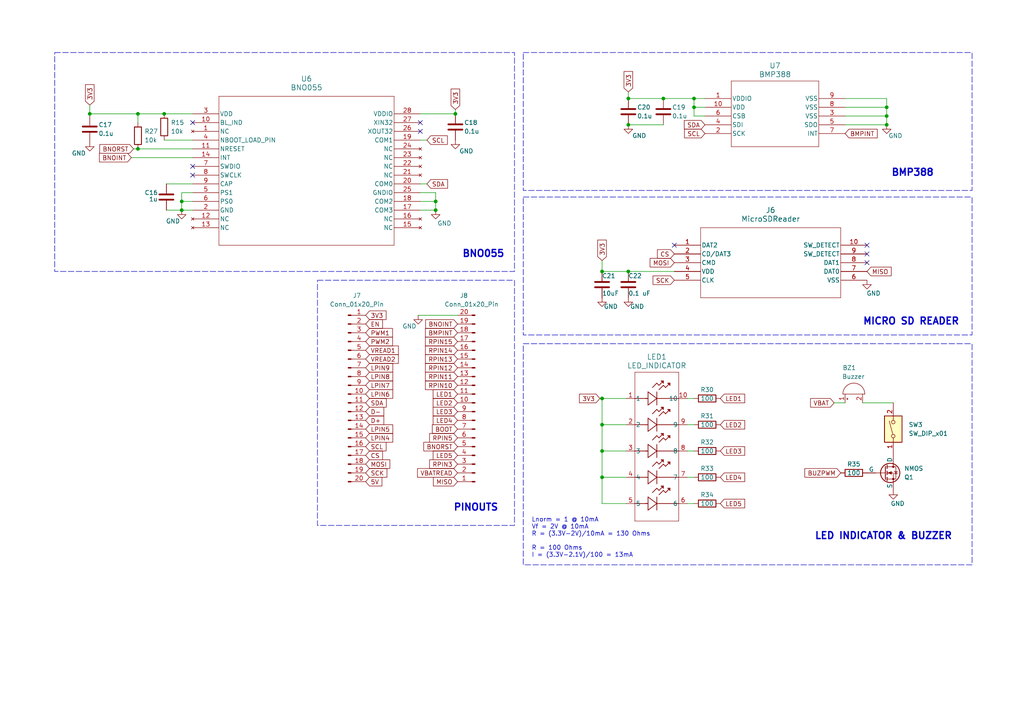
<source format=kicad_sch>
(kicad_sch (version 20231120) (generator "eeschema") (generator_version "8.0")
  (paper "A4")
  (lib_symbols
    (symbol "Certification_Avionica_Symbol:BMP388" (pin_names (offset 0.254))
      (property "Reference" "U" (at 20.32 10.16 0))
      (property "Value" "BMP388" (at 20.32 7.62 0))
      (symbol "BMP388_0_1"
        (polyline (pts (xy 7.62 -13.97) (xy 33.02 -13.97)) (stroke (width 0.127)))
        (polyline (pts (xy 7.62 5.08) (xy 7.62 -13.97)) (stroke (width 0.127)))
        (polyline (pts (xy 33.02 -13.97) (xy 33.02 5.08)) (stroke (width 0.127)))
        (polyline (pts (xy 33.02 5.08) (xy 7.62 5.08)) (stroke (width 0.127)))
        (pin power_in line (at 0 0 0) (length 7.62) (name "VDDIO") (number "1"))
        (pin power_in line (at 0 -2.54 0) (length 7.62) (name "VDD") (number "10"))
        (pin power_out line (at 40.64 -5.08 180) (length 7.62) (name "VSS") (number "3"))
        (pin unspecified line (at 0 -7.62 0) (length 7.62) (name "SDI") (number "4"))
        (pin unspecified line (at 40.64 -7.62 180) (length 7.62) (name "SDO") (number "5"))
        (pin unspecified line (at 0 -5.08 0) (length 7.62) (name "CSB") (number "6"))
        (pin unspecified line (at 40.64 -10.16 180) (length 7.62) (name "INT") (number "7"))
        (pin power_out line (at 40.64 -2.54 180) (length 7.62) (name "VSS") (number "8"))
        (pin power_out line (at 40.64 0 180) (length 7.62) (name "VSS") (number "9"))
      )
      (symbol "BMP388_1_1"
        (pin unspecified line (at 0 -10.16 0) (length 7.62) (name "SCK") (number "2"))
      )
    )
    (symbol "Certification_Avionica_Symbol:BNO055" (pin_names (offset 0.254))
      (property "Reference" "U" (at 33.02 10.16 0))
      (property "Value" "BNO055" (at 33.02 7.62 0))
      (symbol "BNO055_0_1"
        (polyline (pts (xy 7.62 -38.1) (xy 58.42 -38.1)) (stroke (width 0.127)))
        (polyline (pts (xy 7.62 5.08) (xy 7.62 -38.1)) (stroke (width 0.127)))
        (polyline (pts (xy 58.42 -38.1) (xy 58.42 5.08)) (stroke (width 0.127)))
        (polyline (pts (xy 58.42 5.08) (xy 7.62 5.08)) (stroke (width 0.127)))
        (pin no_connect line (at 0 -5.08 0) (length 7.62) (name "NC") (number "1"))
        (pin output line (at 0 -2.54 0) (length 7.62) (name "BL_IND") (number "10"))
        (pin unspecified line (at 0 -10.16 0) (length 7.62) (name "NRESET") (number "11"))
        (pin no_connect line (at 0 -30.48 0) (length 7.62) (name "NC") (number "12"))
        (pin no_connect line (at 0 -33.02 0) (length 7.62) (name "NC") (number "13"))
        (pin output line (at 0 -12.7 0) (length 7.62) (name "INT") (number "14"))
        (pin no_connect line (at 66.04 -33.02 180) (length 7.62) (name "NC") (number "15"))
        (pin no_connect line (at 66.04 -30.48 180) (length 7.62) (name "NC") (number "16"))
        (pin input line (at 66.04 -27.94 180) (length 7.62) (name "COM3") (number "17"))
        (pin bidirectional line (at 66.04 -25.4 180) (length 7.62) (name "COM2") (number "18"))
        (pin bidirectional line (at 66.04 -7.62 180) (length 7.62) (name "COM1") (number "19"))
        (pin power_out line (at 0 -27.94 0) (length 7.62) (name "GND") (number "2"))
        (pin bidirectional line (at 66.04 -20.32 180) (length 7.62) (name "COM0") (number "20"))
        (pin no_connect line (at 66.04 -17.78 180) (length 7.62) (name "NC") (number "21"))
        (pin no_connect line (at 66.04 -15.24 180) (length 7.62) (name "NC") (number "22"))
        (pin no_connect line (at 66.04 -12.7 180) (length 7.62) (name "NC") (number "23"))
        (pin no_connect line (at 66.04 -10.16 180) (length 7.62) (name "NC") (number "24"))
        (pin power_out line (at 66.04 -22.86 180) (length 7.62) (name "GNDIO") (number "25"))
        (pin output line (at 66.04 -5.08 180) (length 7.62) (name "XOUT32") (number "26"))
        (pin input line (at 66.04 -2.54 180) (length 7.62) (name "XIN32") (number "27"))
        (pin power_in line (at 66.04 0 180) (length 7.62) (name "VDDIO") (number "28"))
        (pin power_in line (at 0 0 0) (length 7.62) (name "VDD") (number "3"))
        (pin input line (at 0 -7.62 0) (length 7.62) (name "NBOOT_LOAD_PIN") (number "4"))
        (pin input line (at 0 -22.86 0) (length 7.62) (name "PS1") (number "5"))
        (pin input line (at 0 -25.4 0) (length 7.62) (name "PS0") (number "6"))
        (pin bidirectional line (at 0 -15.24 0) (length 7.62) (name "SWDIO") (number "7"))
        (pin input line (at 0 -17.78 0) (length 7.62) (name "SWCLK") (number "8"))
        (pin unspecified line (at 0 -20.32 0) (length 7.62) (name "CAP") (number "9"))
      )
    )
    (symbol "Certification_Avionica_Symbol:LED_INDICATOR" (pin_names (offset 0.254))
      (property "Reference" "LED" (at 8.89 13.335 0))
      (property "Value" "LED_INDICATOR" (at 8.89 10.16 0))
      (symbol "LED_INDICATOR_0_1"
        (polyline (pts (xy 2.54 -30.48) (xy 6.0198 -30.48)) (stroke (width 0.2032)))
        (polyline (pts (xy 2.54 -22.86) (xy 6.0198 -22.86)) (stroke (width 0.2032)))
        (polyline (pts (xy 2.54 -15.24) (xy 6.0198 -15.24)) (stroke (width 0.2032)))
        (polyline (pts (xy 2.54 -7.62) (xy 6.0198 -7.62)) (stroke (width 0.2032)))
        (polyline (pts (xy 2.54 0) (xy 6.0198 0)) (stroke (width 0.2032)))
        (polyline (pts (xy 2.54 7.62) (xy 2.54 -35.56)) (stroke (width 0.127)))
        (polyline (pts (xy 5.715 -30.48) (xy 6.35 -30.48)) (stroke (width 0.2032)))
        (polyline (pts (xy 5.715 -22.86) (xy 6.35 -22.86)) (stroke (width 0.2032)))
        (polyline (pts (xy 5.715 -15.24) (xy 6.35 -15.24)) (stroke (width 0.2032)))
        (polyline (pts (xy 5.715 -7.62) (xy 6.35 -7.62)) (stroke (width 0.2032)))
        (polyline (pts (xy 5.715 0) (xy 6.35 0)) (stroke (width 0.2032)))
        (polyline (pts (xy 6.35 -32.385) (xy 8.89 -30.48)) (stroke (width 0.2032)))
        (polyline (pts (xy 6.35 -28.575) (xy 6.35 -32.385)) (stroke (width 0.2032)))
        (polyline (pts (xy 6.35 -24.765) (xy 8.89 -22.86)) (stroke (width 0.2032)))
        (polyline (pts (xy 6.35 -20.955) (xy 6.35 -24.765)) (stroke (width 0.2032)))
        (polyline (pts (xy 6.35 -17.145) (xy 8.89 -15.24)) (stroke (width 0.2032)))
        (polyline (pts (xy 6.35 -13.335) (xy 6.35 -17.145)) (stroke (width 0.2032)))
        (polyline (pts (xy 6.35 -9.525) (xy 8.89 -7.62)) (stroke (width 0.2032)))
        (polyline (pts (xy 6.35 -5.715) (xy 6.35 -9.525)) (stroke (width 0.2032)))
        (polyline (pts (xy 6.35 -1.905) (xy 8.89 0)) (stroke (width 0.2032)))
        (polyline (pts (xy 6.35 1.905) (xy 6.35 -1.905)) (stroke (width 0.2032)))
        (polyline (pts (xy 7.62 -27.305) (xy 8.89 -26.035)) (stroke (width 0.2032)))
        (polyline (pts (xy 7.62 -19.685) (xy 8.89 -18.415)) (stroke (width 0.2032)))
        (polyline (pts (xy 7.62 -12.065) (xy 8.89 -10.795)) (stroke (width 0.2032)))
        (polyline (pts (xy 7.62 -4.445) (xy 8.89 -3.175)) (stroke (width 0.2032)))
        (polyline (pts (xy 7.62 3.175) (xy 8.89 4.445)) (stroke (width 0.2032)))
        (polyline (pts (xy 8.89 -32.385) (xy 8.89 -28.575)) (stroke (width 0.2032)))
        (polyline (pts (xy 8.89 -30.48) (xy 6.35 -28.575)) (stroke (width 0.2032)))
        (polyline (pts (xy 8.89 -30.48) (xy 15.24 -30.48)) (stroke (width 0.2032)))
        (polyline (pts (xy 8.89 -26.035) (xy 9.525 -26.67)) (stroke (width 0.2032)))
        (polyline (pts (xy 8.89 -24.765) (xy 8.89 -20.955)) (stroke (width 0.2032)))
        (polyline (pts (xy 8.89 -22.86) (xy 6.35 -20.955)) (stroke (width 0.2032)))
        (polyline (pts (xy 8.89 -22.86) (xy 15.24 -22.86)) (stroke (width 0.2032)))
        (polyline (pts (xy 8.89 -18.415) (xy 9.525 -19.05)) (stroke (width 0.2032)))
        (polyline (pts (xy 8.89 -17.145) (xy 8.89 -13.335)) (stroke (width 0.2032)))
        (polyline (pts (xy 8.89 -15.24) (xy 6.35 -13.335)) (stroke (width 0.2032)))
        (polyline (pts (xy 8.89 -15.24) (xy 15.24 -15.24)) (stroke (width 0.2032)))
        (polyline (pts (xy 8.89 -10.795) (xy 9.525 -11.43)) (stroke (width 0.2032)))
        (polyline (pts (xy 8.89 -9.525) (xy 8.89 -5.715)) (stroke (width 0.2032)))
        (polyline (pts (xy 8.89 -7.62) (xy 6.35 -5.715)) (stroke (width 0.2032)))
        (polyline (pts (xy 8.89 -7.62) (xy 15.24 -7.62)) (stroke (width 0.2032)))
        (polyline (pts (xy 8.89 -3.175) (xy 9.525 -3.81)) (stroke (width 0.2032)))
        (polyline (pts (xy 8.89 -1.905) (xy 8.89 1.905)) (stroke (width 0.2032)))
        (polyline (pts (xy 8.89 0) (xy 6.35 1.905)) (stroke (width 0.2032)))
        (polyline (pts (xy 8.89 0) (xy 15.24 0)) (stroke (width 0.2032)))
        (polyline (pts (xy 8.89 4.445) (xy 9.525 3.81)) (stroke (width 0.2032)))
        (polyline (pts (xy 9.525 -27.94) (xy 10.795 -26.67)) (stroke (width 0.2032)))
        (polyline (pts (xy 9.525 -26.67) (xy 10.795 -25.4)) (stroke (width 0.2032)))
        (polyline (pts (xy 9.525 -20.32) (xy 10.795 -19.05)) (stroke (width 0.2032)))
        (polyline (pts (xy 9.525 -19.05) (xy 10.795 -17.78)) (stroke (width 0.2032)))
        (polyline (pts (xy 9.525 -12.7) (xy 10.795 -11.43)) (stroke (width 0.2032)))
        (polyline (pts (xy 9.525 -11.43) (xy 10.795 -10.16)) (stroke (width 0.2032)))
        (polyline (pts (xy 9.525 -5.08) (xy 10.795 -3.81)) (stroke (width 0.2032)))
        (polyline (pts (xy 9.525 -3.81) (xy 10.795 -2.54)) (stroke (width 0.2032)))
        (polyline (pts (xy 9.525 2.54) (xy 10.795 3.81)) (stroke (width 0.2032)))
        (polyline (pts (xy 9.525 3.81) (xy 10.795 5.08)) (stroke (width 0.2032)))
        (polyline (pts (xy 10.16 -25.4) (xy 10.795 -26.035)) (stroke (width 0.2032)))
        (polyline (pts (xy 10.16 -17.78) (xy 10.795 -18.415)) (stroke (width 0.2032)))
        (polyline (pts (xy 10.16 -10.16) (xy 10.795 -10.795)) (stroke (width 0.2032)))
        (polyline (pts (xy 10.16 -2.54) (xy 10.795 -3.175)) (stroke (width 0.2032)))
        (polyline (pts (xy 10.16 5.08) (xy 10.795 4.445)) (stroke (width 0.2032)))
        (polyline (pts (xy 10.795 -26.67) (xy 11.43 -27.305)) (stroke (width 0.2032)))
        (polyline (pts (xy 10.795 -26.035) (xy 10.795 -25.4)) (stroke (width 0.2032)))
        (polyline (pts (xy 10.795 -25.4) (xy 10.16 -25.4)) (stroke (width 0.2032)))
        (polyline (pts (xy 10.795 -19.05) (xy 11.43 -19.685)) (stroke (width 0.2032)))
        (polyline (pts (xy 10.795 -18.415) (xy 10.795 -17.78)) (stroke (width 0.2032)))
        (polyline (pts (xy 10.795 -17.78) (xy 10.16 -17.78)) (stroke (width 0.2032)))
        (polyline (pts (xy 10.795 -11.43) (xy 11.43 -12.065)) (stroke (width 0.2032)))
        (polyline (pts (xy 10.795 -10.795) (xy 10.795 -10.16)) (stroke (width 0.2032)))
        (polyline (pts (xy 10.795 -10.16) (xy 10.16 -10.16)) (stroke (width 0.2032)))
        (polyline (pts (xy 10.795 -3.81) (xy 11.43 -4.445)) (stroke (width 0.2032)))
        (polyline (pts (xy 10.795 -3.175) (xy 10.795 -2.54)) (stroke (width 0.2032)))
        (polyline (pts (xy 10.795 -2.54) (xy 10.16 -2.54)) (stroke (width 0.2032)))
        (polyline (pts (xy 10.795 3.81) (xy 11.43 3.175)) (stroke (width 0.2032)))
        (polyline (pts (xy 10.795 4.445) (xy 10.795 5.08)) (stroke (width 0.2032)))
        (polyline (pts (xy 10.795 5.08) (xy 10.16 5.08)) (stroke (width 0.2032)))
        (polyline (pts (xy 11.43 -27.305) (xy 12.7 -26.035)) (stroke (width 0.2032)))
        (polyline (pts (xy 11.43 -19.685) (xy 12.7 -18.415)) (stroke (width 0.2032)))
        (polyline (pts (xy 11.43 -12.065) (xy 12.7 -10.795)) (stroke (width 0.2032)))
        (polyline (pts (xy 11.43 -4.445) (xy 12.7 -3.175)) (stroke (width 0.2032)))
        (polyline (pts (xy 11.43 3.175) (xy 12.7 4.445)) (stroke (width 0.2032)))
        (polyline (pts (xy 12.065 -26.035) (xy 12.7 -26.67)) (stroke (width 0.2032)))
        (polyline (pts (xy 12.065 -18.415) (xy 12.7 -19.05)) (stroke (width 0.2032)))
        (polyline (pts (xy 12.065 -10.795) (xy 12.7 -11.43)) (stroke (width 0.2032)))
        (polyline (pts (xy 12.065 -3.175) (xy 12.7 -3.81)) (stroke (width 0.2032)))
        (polyline (pts (xy 12.065 4.445) (xy 12.7 3.81)) (stroke (width 0.2032)))
        (polyline (pts (xy 12.7 -26.67) (xy 12.7 -26.035)) (stroke (width 0.2032)))
        (polyline (pts (xy 12.7 -26.035) (xy 12.065 -26.035)) (stroke (width 0.2032)))
        (polyline (pts (xy 12.7 -19.05) (xy 12.7 -18.415)) (stroke (width 0.2032)))
        (polyline (pts (xy 12.7 -18.415) (xy 12.065 -18.415)) (stroke (width 0.2032)))
        (polyline (pts (xy 12.7 -11.43) (xy 12.7 -10.795)) (stroke (width 0.2032)))
        (polyline (pts (xy 12.7 -10.795) (xy 12.065 -10.795)) (stroke (width 0.2032)))
        (polyline (pts (xy 12.7 -3.81) (xy 12.7 -3.175)) (stroke (width 0.2032)))
        (polyline (pts (xy 12.7 -3.175) (xy 12.065 -3.175)) (stroke (width 0.2032)))
        (polyline (pts (xy 12.7 3.81) (xy 12.7 4.445)) (stroke (width 0.2032)))
        (polyline (pts (xy 12.7 4.445) (xy 12.065 4.445)) (stroke (width 0.2032)))
        (polyline (pts (xy 15.24 -35.56) (xy 2.54 -35.56)) (stroke (width 0.127)))
        (polyline (pts (xy 15.24 -35.56) (xy 15.24 7.62)) (stroke (width 0.127)))
        (polyline (pts (xy 15.24 7.62) (xy 2.54 7.62)) (stroke (width 0.127)))
        (pin unspecified line (at 0 0 0) (length 2.54) (name "1") (number "1"))
        (pin unspecified line (at 17.78 0 180) (length 2.54) (name "10") (number "10"))
        (pin unspecified line (at 0 -7.62 0) (length 2.54) (name "2") (number "2"))
        (pin unspecified line (at 0 -15.24 0) (length 2.54) (name "3") (number "3"))
        (pin unspecified line (at 0 -22.86 0) (length 2.54) (name "4") (number "4"))
        (pin unspecified line (at 0 -30.48 0) (length 2.54) (name "5") (number "5"))
        (pin unspecified line (at 17.78 -30.48 180) (length 2.54) (name "6") (number "6"))
        (pin unspecified line (at 17.78 -22.86 180) (length 2.54) (name "7") (number "7"))
        (pin unspecified line (at 17.78 -15.24 180) (length 2.54) (name "8") (number "8"))
        (pin unspecified line (at 17.78 -7.62 180) (length 2.54) (name "9") (number "9"))
      )
    )
    (symbol "Certification_Avionica_Symbol:MicroSDReader" (pin_names (offset 0.254))
      (property "Reference" "J" (at 27.94 10.16 0))
      (property "Value" "MicroSDReader" (at 27.94 7.62 0))
      (symbol "MicroSDReader_0_1"
        (polyline (pts (xy 7.62 -15.24) (xy 48.26 -15.24)) (stroke (width 0.127)))
        (polyline (pts (xy 7.62 5.08) (xy 7.62 -15.24)) (stroke (width 0.127)))
        (polyline (pts (xy 48.26 -15.24) (xy 48.26 5.08)) (stroke (width 0.127)))
        (polyline (pts (xy 48.26 5.08) (xy 7.62 5.08)) (stroke (width 0.127)))
        (pin bidirectional line (at 0 0 0) (length 7.62) (name "DAT2") (number "1"))
        (pin unspecified line (at 55.88 0 180) (length 7.62) (name "SW_DETECT") (number "10"))
        (pin bidirectional line (at 0 -2.54 0) (length 7.62) (name "CD/DAT3") (number "2"))
        (pin unspecified line (at 0 -5.08 0) (length 7.62) (name "CMD") (number "3"))
        (pin power_in line (at 0 -7.62 0) (length 7.62) (name "VDD") (number "4"))
        (pin unspecified line (at 0 -10.16 0) (length 7.62) (name "CLK") (number "5"))
        (pin power_out line (at 55.88 -10.16 180) (length 7.62) (name "VSS") (number "6"))
        (pin bidirectional line (at 55.88 -7.62 180) (length 7.62) (name "DAT0") (number "7"))
        (pin bidirectional line (at 55.88 -5.08 180) (length 7.62) (name "DAT1") (number "8"))
        (pin unspecified line (at 55.88 -2.54 180) (length 7.62) (name "SW_DETECT") (number "9"))
      )
    )
    (symbol "Connector:Conn_01x20_Pin" (pin_names (offset 1.016) hide)
      (property "Reference" "J" (at 0 25.4 0))
      (property "Value" "Conn_01x20_Pin" (at 0 -27.94 0))
      (symbol "Conn_01x20_Pin_1_1"
        (polyline (pts (xy 1.27 -25.4) (xy 0.8636 -25.4)) (stroke (width 0.1524)))
        (polyline (pts (xy 1.27 -22.86) (xy 0.8636 -22.86)) (stroke (width 0.1524)))
        (polyline (pts (xy 1.27 -20.32) (xy 0.8636 -20.32)) (stroke (width 0.1524)))
        (polyline (pts (xy 1.27 -17.78) (xy 0.8636 -17.78)) (stroke (width 0.1524)))
        (polyline (pts (xy 1.27 -15.24) (xy 0.8636 -15.24)) (stroke (width 0.1524)))
        (polyline (pts (xy 1.27 -12.7) (xy 0.8636 -12.7)) (stroke (width 0.1524)))
        (polyline (pts (xy 1.27 -10.16) (xy 0.8636 -10.16)) (stroke (width 0.1524)))
        (polyline (pts (xy 1.27 -7.62) (xy 0.8636 -7.62)) (stroke (width 0.1524)))
        (polyline (pts (xy 1.27 -5.08) (xy 0.8636 -5.08)) (stroke (width 0.1524)))
        (polyline (pts (xy 1.27 -2.54) (xy 0.8636 -2.54)) (stroke (width 0.1524)))
        (polyline (pts (xy 1.27 0) (xy 0.8636 0)) (stroke (width 0.1524)))
        (polyline (pts (xy 1.27 2.54) (xy 0.8636 2.54)) (stroke (width 0.1524)))
        (polyline (pts (xy 1.27 5.08) (xy 0.8636 5.08)) (stroke (width 0.1524)))
        (polyline (pts (xy 1.27 7.62) (xy 0.8636 7.62)) (stroke (width 0.1524)))
        (polyline (pts (xy 1.27 10.16) (xy 0.8636 10.16)) (stroke (width 0.1524)))
        (polyline (pts (xy 1.27 12.7) (xy 0.8636 12.7)) (stroke (width 0.1524)))
        (polyline (pts (xy 1.27 15.24) (xy 0.8636 15.24)) (stroke (width 0.1524)))
        (polyline (pts (xy 1.27 17.78) (xy 0.8636 17.78)) (stroke (width 0.1524)))
        (polyline (pts (xy 1.27 20.32) (xy 0.8636 20.32)) (stroke (width 0.1524)))
        (polyline (pts (xy 1.27 22.86) (xy 0.8636 22.86)) (stroke (width 0.1524)))
        (rectangle (start 0.8636 -25.273) (end 0 -25.527) (stroke (width 0.1524)) (fill (type outline)))
        (rectangle (start 0.8636 -22.733) (end 0 -22.987) (stroke (width 0.1524)) (fill (type outline)))
        (rectangle (start 0.8636 -20.193) (end 0 -20.447) (stroke (width 0.1524)) (fill (type outline)))
        (rectangle (start 0.8636 -17.653) (end 0 -17.907) (stroke (width 0.1524)) (fill (type outline)))
        (rectangle (start 0.8636 -15.113) (end 0 -15.367) (stroke (width 0.1524)) (fill (type outline)))
        (rectangle (start 0.8636 -12.573) (end 0 -12.827) (stroke (width 0.1524)) (fill (type outline)))
        (rectangle (start 0.8636 -10.033) (end 0 -10.287) (stroke (width 0.1524)) (fill (type outline)))
        (rectangle (start 0.8636 -7.493) (end 0 -7.747) (stroke (width 0.1524)) (fill (type outline)))
        (rectangle (start 0.8636 -4.953) (end 0 -5.207) (stroke (width 0.1524)) (fill (type outline)))
        (rectangle (start 0.8636 -2.413) (end 0 -2.667) (stroke (width 0.1524)) (fill (type outline)))
        (rectangle (start 0.8636 0.127) (end 0 -0.127) (stroke (width 0.1524)) (fill (type outline)))
        (rectangle (start 0.8636 2.667) (end 0 2.413) (stroke (width 0.1524)) (fill (type outline)))
        (rectangle (start 0.8636 5.207) (end 0 4.953) (stroke (width 0.1524)) (fill (type outline)))
        (rectangle (start 0.8636 7.747) (end 0 7.493) (stroke (width 0.1524)) (fill (type outline)))
        (rectangle (start 0.8636 10.287) (end 0 10.033) (stroke (width 0.1524)) (fill (type outline)))
        (rectangle (start 0.8636 12.827) (end 0 12.573) (stroke (width 0.1524)) (fill (type outline)))
        (rectangle (start 0.8636 15.367) (end 0 15.113) (stroke (width 0.1524)) (fill (type outline)))
        (rectangle (start 0.8636 17.907) (end 0 17.653) (stroke (width 0.1524)) (fill (type outline)))
        (rectangle (start 0.8636 20.447) (end 0 20.193) (stroke (width 0.1524)) (fill (type outline)))
        (rectangle (start 0.8636 22.987) (end 0 22.733) (stroke (width 0.1524)) (fill (type outline)))
        (pin passive line (at 5.08 22.86 180) (length 3.81) (name "Pin_1") (number "1"))
        (pin passive line (at 5.08 0 180) (length 3.81) (name "Pin_10") (number "10"))
        (pin passive line (at 5.08 -2.54 180) (length 3.81) (name "Pin_11") (number "11"))
        (pin passive line (at 5.08 -5.08 180) (length 3.81) (name "Pin_12") (number "12"))
        (pin passive line (at 5.08 -7.62 180) (length 3.81) (name "Pin_13") (number "13"))
        (pin passive line (at 5.08 -10.16 180) (length 3.81) (name "Pin_14") (number "14"))
        (pin passive line (at 5.08 -12.7 180) (length 3.81) (name "Pin_15") (number "15"))
        (pin passive line (at 5.08 -15.24 180) (length 3.81) (name "Pin_16") (number "16"))
        (pin passive line (at 5.08 -17.78 180) (length 3.81) (name "Pin_17") (number "17"))
        (pin passive line (at 5.08 -20.32 180) (length 3.81) (name "Pin_18") (number "18"))
        (pin passive line (at 5.08 -22.86 180) (length 3.81) (name "Pin_19") (number "19"))
        (pin passive line (at 5.08 20.32 180) (length 3.81) (name "Pin_2") (number "2"))
        (pin passive line (at 5.08 -25.4 180) (length 3.81) (name "Pin_20") (number "20"))
        (pin passive line (at 5.08 17.78 180) (length 3.81) (name "Pin_3") (number "3"))
        (pin passive line (at 5.08 15.24 180) (length 3.81) (name "Pin_4") (number "4"))
        (pin passive line (at 5.08 12.7 180) (length 3.81) (name "Pin_5") (number "5"))
        (pin passive line (at 5.08 10.16 180) (length 3.81) (name "Pin_6") (number "6"))
        (pin passive line (at 5.08 7.62 180) (length 3.81) (name "Pin_7") (number "7"))
        (pin passive line (at 5.08 5.08 180) (length 3.81) (name "Pin_8") (number "8"))
        (pin passive line (at 5.08 2.54 180) (length 3.81) (name "Pin_9") (number "9"))
      )
    )
    (symbol "Device:Buzzer" (pin_names (offset 0.0254) hide)
      (property "Reference" "BZ" (at 3.81 1.27 0))
      (property "Value" "Buzzer" (at 3.81 -1.27 0))
      (symbol "Buzzer_0_1"
        (arc (start 0 -3.175) (mid 3.1612 0) (end 0 3.175))
        (polyline (pts (xy -1.651 1.905) (xy -1.143 1.905)))
        (polyline (pts (xy -1.397 2.159) (xy -1.397 1.651)))
        (polyline (pts (xy 0 3.175) (xy 0 -3.175)))
      )
      (symbol "Buzzer_1_1"
        (pin passive line (at -2.54 2.54 0) (length 2.54) (name "-") (number "1"))
        (pin passive line (at -2.54 -2.54 0) (length 2.54) (name "+") (number "2"))
      )
    )
    (symbol "Device:C" (pin_numbers hide) (pin_names (offset 0.254))
      (property "Reference" "C" (at 0.635 2.54 0))
      (property "Value" "C" (at 0.635 -2.54 0))
      (symbol "C_0_1"
        (polyline (pts (xy -2.032 -0.762) (xy 2.032 -0.762)) (stroke (width 0.508)))
        (polyline (pts (xy -2.032 0.762) (xy 2.032 0.762)) (stroke (width 0.508)))
      )
      (symbol "C_1_1"
        (pin passive line (at 0 3.81 270) (length 2.794) (name "~") (number "1"))
        (pin passive line (at 0 -3.81 90) (length 2.794) (name "~") (number "2"))
      )
    )
    (symbol "Device:R" (pin_numbers hide) (pin_names (offset 0))
      (property "Reference" "R" (at 2.032 0 90))
      (property "Value" "R" (at 0 0 90))
      (symbol "R_0_1"
        (rectangle (start -1.016 -2.54) (end 1.016 2.54) (stroke (width 0.254)))
      )
      (symbol "R_1_1"
        (pin passive line (at 0 3.81 270) (length 1.27) (name "~") (number "1"))
        (pin passive line (at 0 -3.81 90) (length 1.27) (name "~") (number "2"))
      )
    )
    (symbol "Simulation_SPICE:NMOS" (pin_numbers hide) (pin_names (offset 0))
      (property "Reference" "Q" (at 5.08 1.27 0))
      (property "Value" "NMOS" (at 5.08 -1.27 0))
      (symbol "NMOS_0_1"
        (polyline (pts (xy 0.254 0) (xy -2.54 0)))
        (polyline (pts (xy 0.254 1.905) (xy 0.254 -1.905)) (stroke (width 0.254)))
        (polyline (pts (xy 0.762 -1.27) (xy 0.762 -2.286)) (stroke (width 0.254)))
        (polyline (pts (xy 0.762 0.508) (xy 0.762 -0.508)) (stroke (width 0.254)))
        (polyline (pts (xy 0.762 2.286) (xy 0.762 1.27)) (stroke (width 0.254)))
        (polyline (pts (xy 2.54 2.54) (xy 2.54 1.778)))
        (polyline (pts (xy 2.54 -2.54) (xy 2.54 0) (xy 0.762 0)))
        (polyline (pts (xy 0.762 -1.778) (xy 3.302 -1.778) (xy 3.302 1.778) (xy 0.762 1.778)))
        (polyline (pts (xy 1.016 0) (xy 2.032 0.381) (xy 2.032 -0.381) (xy 1.016 0)) (fill (type outline)))
        (polyline (pts (xy 2.794 0.508) (xy 2.921 0.381) (xy 3.683 0.381) (xy 3.81 0.254)))
        (polyline (pts (xy 3.302 0.381) (xy 2.921 -0.254) (xy 3.683 -0.254) (xy 3.302 0.381)))
        (circle (center 1.651 0) (radius 2.794) (stroke (width 0.254)))
        (circle (center 2.54 -1.778) (radius 0.254) (fill (type outline)))
        (circle (center 2.54 1.778) (radius 0.254) (fill (type outline)))
      )
      (symbol "NMOS_1_1"
        (pin passive line (at 2.54 5.08 270) (length 2.54) (name "D") (number "1"))
        (pin input line (at -5.08 0 0) (length 2.54) (name "G") (number "2"))
        (pin passive line (at 2.54 -5.08 90) (length 2.54) (name "S") (number "3"))
      )
    )
    (symbol "Switch:SW_DIP_x01" (pin_names (offset 0) hide)
      (property "Reference" "SW" (at 0 3.81 0))
      (property "Value" "SW_DIP_x01" (at 0 -3.81 0))
      (symbol "SW_DIP_x01_0_0"
        (circle (center -2.032 0) (radius 0.508))
        (polyline (pts (xy -1.524 0.127) (xy 2.3622 1.1684)))
        (circle (center 2.032 0) (radius 0.508))
      )
      (symbol "SW_DIP_x01_0_1"
        (rectangle (start -3.81 2.54) (end 3.81 -2.54) (stroke (width 0.254)) (fill (type background)))
      )
      (symbol "SW_DIP_x01_1_1"
        (pin passive line (at -7.62 0 0) (length 5.08) (name "~") (number "1"))
        (pin passive line (at 7.62 0 180) (length 5.08) (name "~") (number "2"))
      )
    )
    (symbol "power:GND" (power) (pin_names (offset 0))
      (property "Value" "GND" (at 0 -3.81 0))
      (symbol "GND_0_1"
        (polyline (pts (xy 0 0) (xy 0 -1.27) (xy 1.27 -1.27) (xy 0 -2.54) (xy -1.27 -1.27) (xy 0 -1.27)))
      )
      (symbol "GND_1_1"
        (pin power_in line (at 0 0 270) (length 0) hide (name "GND") (number "1"))
      )
    )
  )
  (junction (at 47.625 33.02))
  (junction (at 201.295 31.115))
  (junction (at 132.08 33.02))
  (junction (at 192.405 28.575))
  (junction (at 257.175 31.115))
  (junction (at 182.245 28.575))
  (junction (at 257.175 33.655))
  (junction (at 174.625 115.57))
  (junction (at 174.625 130.81))
  (junction (at 182.245 36.195))
  (junction (at 257.175 36.195))
  (junction (at 174.625 123.19))
  (junction (at 40.005 43.18))
  (junction (at 182.245 78.74))
  (junction (at 201.295 28.575))
  (junction (at 174.625 138.43))
  (junction (at 52.705 58.42))
  (junction (at 26.035 33.02))
  (junction (at 126.365 60.96))
  (junction (at 40.005 33.02))
  (junction (at 174.625 78.74))
  (junction (at 126.365 58.42))
  (junction (at 52.705 60.96))
  (no_connect (at 55.88 35.56))
  (no_connect (at 251.46 76.2))
  (no_connect (at 251.46 71.12))
  (no_connect (at 121.92 38.1))
  (no_connect (at 55.88 48.26))
  (no_connect (at 251.46 73.66))
  (no_connect (at 195.58 71.12))
  (no_connect (at 121.92 35.56))
  (no_connect (at 55.88 50.8))
  (wire (pts (xy 241.935 116.84) (xy 245.11 116.84)))
  (wire (pts (xy 174.625 130.81) (xy 181.61 130.81)))
  (wire (pts (xy 52.705 60.96) (xy 55.88 60.96)))
  (wire (pts (xy 182.245 78.74) (xy 195.58 78.74)))
  (wire (pts (xy 245.11 33.655) (xy 257.175 33.655)))
  (wire (pts (xy 47.625 40.64) (xy 55.88 40.64)))
  (wire (pts (xy 201.295 31.115) (xy 204.47 31.115)))
  (wire (pts (xy 199.39 130.81) (xy 201.295 130.81)))
  (wire (pts (xy 174.625 123.19) (xy 174.625 130.81)))
  (wire (pts (xy 199.39 146.05) (xy 201.295 146.05)))
  (wire (pts (xy 245.11 36.195) (xy 257.175 36.195)))
  (wire (pts (xy 250.19 116.84) (xy 259.08 116.84)))
  (wire (pts (xy 174.625 130.81) (xy 174.625 138.43)))
  (wire (pts (xy 38.735 43.18) (xy 40.005 43.18)))
  (wire (pts (xy 199.39 123.19) (xy 201.295 123.19)))
  (wire (pts (xy 55.88 55.88) (xy 52.705 55.88)))
  (wire (pts (xy 40.005 33.02) (xy 40.005 35.56)))
  (wire (pts (xy 47.625 33.02) (xy 40.005 33.02)))
  (wire (pts (xy 40.005 33.02) (xy 26.035 33.02)))
  (wire (pts (xy 121.92 60.96) (xy 126.365 60.96)))
  (wire (pts (xy 126.365 58.42) (xy 126.365 60.96)))
  (wire (pts (xy 174.625 138.43) (xy 174.625 146.05)))
  (wire (pts (xy 245.11 31.115) (xy 257.175 31.115)))
  (wire (pts (xy 174.625 75.565) (xy 174.625 78.74)))
  (wire (pts (xy 173.99 115.57) (xy 174.625 115.57)))
  (wire (pts (xy 201.295 31.115) (xy 201.295 28.575)))
  (wire (pts (xy 48.26 60.96) (xy 52.705 60.96)))
  (wire (pts (xy 174.625 138.43) (xy 181.61 138.43)))
  (wire (pts (xy 52.705 55.88) (xy 52.705 58.42)))
  (wire (pts (xy 121.92 53.34) (xy 123.825 53.34)))
  (wire (pts (xy 26.035 33.02) (xy 26.035 33.655)))
  (wire (pts (xy 174.625 146.05) (xy 181.61 146.05)))
  (wire (pts (xy 182.245 36.195) (xy 192.405 36.195)))
  (wire (pts (xy 52.705 58.42) (xy 55.88 58.42)))
  (wire (pts (xy 201.295 33.655) (xy 201.295 31.115)))
  (wire (pts (xy 121.285 91.44) (xy 132.715 91.44)))
  (wire (pts (xy 132.08 31.75) (xy 132.08 33.02)))
  (wire (pts (xy 182.245 26.67) (xy 182.245 28.575)))
  (wire (pts (xy 121.92 33.02) (xy 132.08 33.02)))
  (wire (pts (xy 199.39 138.43) (xy 201.295 138.43)))
  (wire (pts (xy 257.175 28.575) (xy 257.175 31.115)))
  (wire (pts (xy 40.005 43.18) (xy 55.88 43.18)))
  (wire (pts (xy 257.175 31.115) (xy 257.175 33.655)))
  (wire (pts (xy 26.035 30.48) (xy 26.035 33.02)))
  (wire (pts (xy 38.1 45.72) (xy 55.88 45.72)))
  (wire (pts (xy 257.175 33.655) (xy 257.175 36.195)))
  (wire (pts (xy 245.11 28.575) (xy 257.175 28.575)))
  (wire (pts (xy 174.625 78.74) (xy 182.245 78.74)))
  (wire (pts (xy 199.39 115.57) (xy 201.295 115.57)))
  (wire (pts (xy 121.92 55.88) (xy 126.365 55.88)))
  (wire (pts (xy 182.245 28.575) (xy 192.405 28.575)))
  (wire (pts (xy 174.625 115.57) (xy 174.625 123.19)))
  (wire (pts (xy 121.92 40.64) (xy 123.825 40.64)))
  (wire (pts (xy 48.26 53.34) (xy 55.88 53.34)))
  (wire (pts (xy 201.295 28.575) (xy 204.47 28.575)))
  (wire (pts (xy 174.625 115.57) (xy 181.61 115.57)))
  (wire (pts (xy 55.88 33.02) (xy 47.625 33.02)))
  (wire (pts (xy 126.365 55.88) (xy 126.365 58.42)))
  (wire (pts (xy 192.405 28.575) (xy 201.295 28.575)))
  (wire (pts (xy 174.625 123.19) (xy 181.61 123.19)))
  (wire (pts (xy 204.47 33.655) (xy 201.295 33.655)))
  (wire (pts (xy 121.92 58.42) (xy 126.365 58.42)))
  (wire (pts (xy 52.705 58.42) (xy 52.705 60.96)))
  (rectangle (start 92.075 81.28) (end 149.225 152.4) (stroke (width 0) (type dash)))
  (rectangle (start 151.765 57.15) (end 281.94 97.155) (stroke (width 0) (type dash)))
  (rectangle (start 151.765 15.24) (end 281.94 55.245) (stroke (width 0) (type dash)))
  (rectangle (start 15.875 15.24) (end 149.225 78.74) (stroke (width 0) (type dash)))
  (rectangle (start 151.765 99.695) (end 281.94 163.83) (stroke (width 0) (type dash)))
  (text "PINOUTS\n\n\n\n" (at 131.445 158.115 0) (effects (font (size 2 2) (bold yes)) (justify left bottom)))
  (text "LED INDICATOR & BUZZER\n\n\n\n" (at 236.22 166.37 0) (effects (font (size 2 2) (bold yes)) (justify left bottom)))
  (text "BMP388\n\n\n" (at 258.445 57.785 0) (effects (font (size 2 2) (bold yes)) (justify left bottom)))
  (text "MICRO SD READER\n\n\n\n" (at 250.19 104.14 0) (effects (font (size 2 2) (bold yes)) (justify left bottom)))
  (text "BNO055\n\n" (at 133.985 78.105 0) (effects (font (size 2 2) (bold yes)) (justify left bottom)))
  (text "Lnorm = 1 @ 10mA\nVf = 2V @ 10mA\nR = (3.3V-2V)/10mA = 130 Ohms\n\nR = 100 Ohms\nI = (3.3V-2.1V)/100 = 13mA" (at 154.178 155.956 0) (effects (font (size 1.27 1.27)) (justify left)))
  (global_label "PWM2" (shape input) (at 106.045 99.06 0) (property "Intersheetrefs" "${INTERSHEET_REFS}" (effects (hide yes))))
  (global_label "LPIN8" (shape input) (at 106.045 109.22 0) (property "Intersheetrefs" "${INTERSHEET_REFS}" (effects (hide yes))))
  (global_label "RPIN14" (shape input) (at 132.715 101.6 180) (property "Intersheetrefs" "${INTERSHEET_REFS}" (effects (hide yes))))
  (global_label "3V3" (shape input) (at 26.035 30.48 90) (property "Intersheetrefs" "${INTERSHEET_REFS}" (effects (hide yes))))
  (global_label "LED4" (shape input) (at 208.915 138.43 0) (property "Intersheetrefs" "${INTERSHEET_REFS}" (effects (hide yes))))
  (global_label "3V3" (shape input) (at 106.045 91.44 0) (property "Intersheetrefs" "${INTERSHEET_REFS}" (effects (hide yes))))
  (global_label "LPIN6" (shape input) (at 106.045 114.3 0) (property "Intersheetrefs" "${INTERSHEET_REFS}" (effects (hide yes))))
  (global_label "RPIN15" (shape input) (at 132.715 99.06 180) (property "Intersheetrefs" "${INTERSHEET_REFS}" (effects (hide yes))))
  (global_label "SCL" (shape input) (at 106.045 129.54 0) (property "Intersheetrefs" "${INTERSHEET_REFS}" (effects (hide yes))))
  (global_label "LED1" (shape input) (at 208.915 115.57 0) (property "Intersheetrefs" "${INTERSHEET_REFS}" (effects (hide yes))))
  (global_label "RPIN10" (shape input) (at 132.715 111.76 180) (property "Intersheetrefs" "${INTERSHEET_REFS}" (effects (hide yes))))
  (global_label "VREAD1" (shape input) (at 106.045 101.6 0) (property "Intersheetrefs" "${INTERSHEET_REFS}" (effects (hide yes))))
  (global_label "LPIN5" (shape input) (at 106.045 124.46 0) (property "Intersheetrefs" "${INTERSHEET_REFS}" (effects (hide yes))))
  (global_label "BNOINT" (shape input) (at 38.1 45.72 180) (property "Intersheetrefs" "${INTERSHEET_REFS}" (effects (hide yes))))
  (global_label "VBAT" (shape input) (at 241.935 116.84 180) (property "Intersheetrefs" "${INTERSHEET_REFS}" (effects (hide yes))))
  (global_label "CS" (shape input) (at 106.045 132.08 0) (property "Intersheetrefs" "${INTERSHEET_REFS}" (effects (hide yes))))
  (global_label "3V3" (shape input) (at 174.625 75.565 90) (property "Intersheetrefs" "${INTERSHEET_REFS}" (effects (hide yes))))
  (global_label "RPIN12" (shape input) (at 132.715 106.68 180) (property "Intersheetrefs" "${INTERSHEET_REFS}" (effects (hide yes))))
  (global_label "BMPINT" (shape input) (at 245.11 38.735 0) (property "Intersheetrefs" "${INTERSHEET_REFS}" (effects (hide yes))))
  (global_label "SDA" (shape input) (at 106.045 116.84 0) (property "Intersheetrefs" "${INTERSHEET_REFS}" (effects (hide yes))))
  (global_label "BNOINT" (shape input) (at 132.715 93.98 180) (property "Intersheetrefs" "${INTERSHEET_REFS}" (effects (hide yes))))
  (global_label "LED2" (shape input) (at 208.915 123.19 0) (property "Intersheetrefs" "${INTERSHEET_REFS}" (effects (hide yes))))
  (global_label "BMPINT" (shape input) (at 132.715 96.52 180) (property "Intersheetrefs" "${INTERSHEET_REFS}" (effects (hide yes))))
  (global_label "LPIN4" (shape input) (at 106.045 127 0) (property "Intersheetrefs" "${INTERSHEET_REFS}" (effects (hide yes))))
  (global_label "BNORST" (shape input) (at 132.715 129.54 180) (property "Intersheetrefs" "${INTERSHEET_REFS}" (effects (hide yes))))
  (global_label "5V" (shape input) (at 106.045 139.7 0) (property "Intersheetrefs" "${INTERSHEET_REFS}" (effects (hide yes))))
  (global_label "LED3" (shape input) (at 208.915 130.81 0) (property "Intersheetrefs" "${INTERSHEET_REFS}" (effects (hide yes))))
  (global_label "3V3" (shape input) (at 132.08 31.75 90) (property "Intersheetrefs" "${INTERSHEET_REFS}" (effects (hide yes))))
  (global_label "MISO" (shape input) (at 251.46 78.74 0) (property "Intersheetrefs" "${INTERSHEET_REFS}" (effects (hide yes))))
  (global_label "RPIN13" (shape input) (at 132.715 104.14 180) (property "Intersheetrefs" "${INTERSHEET_REFS}" (effects (hide yes))))
  (global_label "VBATREAD" (shape input) (at 132.715 137.16 180) (property "Intersheetrefs" "${INTERSHEET_REFS}" (effects (hide yes))))
  (global_label "RPIN5" (shape input) (at 132.715 127 180) (property "Intersheetrefs" "${INTERSHEET_REFS}" (effects (hide yes))))
  (global_label "PWM1" (shape input) (at 106.045 96.52 0) (property "Intersheetrefs" "${INTERSHEET_REFS}" (effects (hide yes))))
  (global_label "MOSI" (shape input) (at 106.045 134.62 0) (property "Intersheetrefs" "${INTERSHEET_REFS}" (effects (hide yes))))
  (global_label "LED1" (shape input) (at 132.715 114.3 180) (property "Intersheetrefs" "${INTERSHEET_REFS}" (effects (hide yes))))
  (global_label "MOSI" (shape input) (at 195.58 76.2 180) (property "Intersheetrefs" "${INTERSHEET_REFS}" (effects (hide yes))))
  (global_label "D-" (shape input) (at 106.045 119.38 0) (property "Intersheetrefs" "${INTERSHEET_REFS}" (effects (hide yes))))
  (global_label "RPIN11" (shape input) (at 132.715 109.22 180) (property "Intersheetrefs" "${INTERSHEET_REFS}" (effects (hide yes))))
  (global_label "SCK" (shape input) (at 106.045 137.16 0) (property "Intersheetrefs" "${INTERSHEET_REFS}" (effects (hide yes))))
  (global_label "SCL" (shape input) (at 123.825 40.64 0) (property "Intersheetrefs" "${INTERSHEET_REFS}" (effects (hide yes))))
  (global_label "BOOT" (shape input) (at 132.715 124.46 180) (property "Intersheetrefs" "${INTERSHEET_REFS}" (effects (hide yes))))
  (global_label "SCL" (shape input) (at 204.47 38.735 180) (property "Intersheetrefs" "${INTERSHEET_REFS}" (effects (hide yes))))
  (global_label "SCK" (shape input) (at 195.58 81.28 180) (property "Intersheetrefs" "${INTERSHEET_REFS}" (effects (hide yes))))
  (global_label "D+" (shape input) (at 106.045 121.92 0) (property "Intersheetrefs" "${INTERSHEET_REFS}" (effects (hide yes))))
  (global_label "VREAD2" (shape input) (at 106.045 104.14 0) (property "Intersheetrefs" "${INTERSHEET_REFS}" (effects (hide yes))))
  (global_label "BUZPWM" (shape input) (at 243.84 137.16 180) (property "Intersheetrefs" "${INTERSHEET_REFS}" (effects (hide yes))))
  (global_label "LPIN7" (shape input) (at 106.045 111.76 0) (property "Intersheetrefs" "${INTERSHEET_REFS}" (effects (hide yes))))
  (global_label "LED5" (shape input) (at 132.715 132.08 180) (property "Intersheetrefs" "${INTERSHEET_REFS}" (effects (hide yes))))
  (global_label "LED3" (shape input) (at 132.715 119.38 180) (property "Intersheetrefs" "${INTERSHEET_REFS}" (effects (hide yes))))
  (global_label "SDA" (shape input) (at 123.825 53.34 0) (property "Intersheetrefs" "${INTERSHEET_REFS}" (effects (hide yes))))
  (global_label "LPIN9" (shape input) (at 106.045 106.68 0) (property "Intersheetrefs" "${INTERSHEET_REFS}" (effects (hide yes))))
  (global_label "SDA" (shape input) (at 204.47 36.195 180) (property "Intersheetrefs" "${INTERSHEET_REFS}" (effects (hide yes))))
  (global_label "EN" (shape input) (at 106.045 93.98 0) (property "Intersheetrefs" "${INTERSHEET_REFS}" (effects (hide yes))))
  (global_label "CS" (shape input) (at 195.58 73.66 180) (property "Intersheetrefs" "${INTERSHEET_REFS}" (effects (hide yes))))
  (global_label "LED5" (shape input) (at 208.915 146.05 0) (property "Intersheetrefs" "${INTERSHEET_REFS}" (effects (hide yes))))
  (global_label "RPIN3" (shape input) (at 132.715 134.62 180) (property "Intersheetrefs" "${INTERSHEET_REFS}" (effects (hide yes))))
  (global_label "BNORST" (shape input) (at 38.735 43.18 180) (property "Intersheetrefs" "${INTERSHEET_REFS}" (effects (hide yes))))
  (global_label "3V3" (shape input) (at 182.245 26.67 90) (property "Intersheetrefs" "${INTERSHEET_REFS}" (effects (hide yes))))
  (global_label "MISO" (shape input) (at 132.715 139.7 180) (property "Intersheetrefs" "${INTERSHEET_REFS}" (effects (hide yes))))
  (global_label "LED4" (shape input) (at 132.715 121.92 180) (property "Intersheetrefs" "${INTERSHEET_REFS}" (effects (hide yes))))
  (global_label "3V3" (shape input) (at 173.99 115.57 180) (property "Intersheetrefs" "${INTERSHEET_REFS}" (effects (hide yes))))
  (global_label "LED2" (shape input) (at 132.715 116.84 180) (property "Intersheetrefs" "${INTERSHEET_REFS}" (effects (hide yes))))
  (symbol (lib_id "power:GND") (at 121.285 91.44 0) (unit 1)
    (property "Reference" "#PWR039" (effects (hide yes)))
    (property "Value" "GND" (at 118.745 94.615 0))
  )
  (symbol (lib_id "Simulation_SPICE:NMOS") (at 256.54 137.16 0) (unit 1)
    (property "Reference" "Q1" (at 262.255 138.43 0) (effects (justify left)))
    (property "Value" "NMOS" (at 262.255 135.89 0) (effects (justify left)))
    (property "Datasheet" "https://goodarksemi.com/docs/datasheets/mosfets/GSFC0500.pdf" (effects (hide yes)))
    (property "Sim.Device" "NMOS" (effects (hide yes)))
    (property "Sim.Type" "VDMOS" (effects (hide yes)))
    (property "Sim.Pins" "1=D 2=G 3=S" (effects (hide yes)))
  )
  (symbol (lib_id "Certification_Avionica_Symbol:LED_INDICATOR") (at 181.61 115.57 0) (unit 1)
    (property "Reference" "LED1" (at 190.5 103.505 0) (effects (font (size 1.524 1.524))))
    (property "Value" "LED_INDICATOR" (at 190.5 106.045 0) (effects (font (size 1.524 1.524))))
    (property "Footprint" "RLA10_XGUGX5D_SLD" (effects (hide yes)))
    (property "Datasheet" "https://www.sunledusa.com/products/spec/XGUGX5D.pdf" (effects (hide yes)))
  )
  (symbol (lib_id "Device:C") (at 192.405 32.385 0) (unit 1)
    (property "Reference" "C19" (at 194.945 31.115 0) (effects (justify left)))
    (property "Value" "0.1u" (at 194.945 33.655 0) (effects (justify left)))
  )
  (symbol (lib_id "power:GND") (at 52.705 60.96 0) (unit 1)
    (property "Reference" "#PWR029" (effects (hide yes)))
    (property "Value" "GND" (at 50.165 64.135 0))
  )
  (symbol (lib_id "Device:Buzzer") (at 247.65 114.3 90) (unit 1)
    (property "Reference" "BZ1" (at 248.285 106.68 90) (effects (justify left)))
    (property "Value" "Buzzer" (at 250.825 109.22 90) (effects (justify left)))
    (property "Datasheet" "https://www.sameskydevices.com/product/resource/cpt-1404-85t.pdf" (effects (hide yes)))
  )
  (symbol (lib_id "Switch:SW_DIP_x01") (at 259.08 124.46 90) (unit 1)
    (property "Reference" "SW3" (at 263.525 123.19 90) (effects (justify right)))
    (property "Value" "SW_DIP_x01" (at 263.525 125.73 90) (effects (justify right)))
  )
  (symbol (lib_id "power:GND") (at 182.245 86.36 0) (unit 1)
    (property "Reference" "#PWR036" (effects (hide yes)))
    (property "Value" "GND" (at 184.785 88.9 0))
    (instances (project "Certification_Avionics" (path "" (reference "#PWR036") (unit 1))) (project "Mini_Avionics_Project" (path "" (reference "#PWR037") (unit 1))))
  )
  (symbol (lib_id "power:GND") (at 257.175 36.195 0) (unit 1)
    (property "Reference" "#PWR032" (effects (hide yes)))
    (property "Value" "GND" (at 259.715 39.37 0))
  )
  (symbol (lib_id "Device:C") (at 174.625 82.55 0) (unit 1)
    (property "Reference" "C21" (at 174.625 80.01 0) (effects (justify left)))
    (property "Value" "10uF" (at 174.625 85.09 0) (effects (justify left)))
    (property "Footprint" "Capacitor_SMD:C_0603_1608Metric_Pad1.08x0.95mm_HandSolder" (effects (hide yes)))
    (instances (project "Certification_Avionics" (path "" (reference "C21") (unit 1))) (project "Mini_Avionics_Project" (path "" (reference "C28") (unit 1))))
  )
  (symbol (lib_id "Device:R") (at 205.105 123.19 90) (unit 1)
    (property "Reference" "R31" (at 205.105 120.65 90))
    (property "Value" "100" (at 205.105 123.19 90))
  )
  (symbol (lib_id "Device:C") (at 26.035 37.465 0) (unit 1)
    (property "Reference" "C17" (at 28.575 36.195 0) (effects (justify left)))
    (property "Value" "0.1u" (at 28.575 38.735 0) (effects (justify left)))
  )
  (symbol (lib_id "Device:C") (at 132.08 36.83 0) (unit 1)
    (property "Reference" "C18" (at 134.62 35.56 0) (effects (justify left)))
    (property "Value" "0.1u" (at 134.62 38.1 0) (effects (justify left)))
  )
  (symbol (lib_id "Certification_Avionica_Symbol:BNO055") (at 55.88 33.02 0) (unit 1)
    (property "Reference" "U6" (at 88.9 22.86 0) (effects (font (size 1.524 1.524))))
    (property "Value" "BNO055" (at 88.9 25.4 0) (effects (font (size 1.524 1.524))))
    (property "Footprint" "QFN_BNO055_BOS" (effects (hide yes)))
    (property "Datasheet" "https://www.bosch-sensortec.com/media/boschsensortec/downloads/datasheets/bst-bno055-ds000.pdf" (effects (hide yes)))
    (property "Alternative" "https://mm.digikey.com/Volume0/opasdata/d220001/medias/docus/6531/BNO080_085_Datasheet-3196201.pdf" (effects (hide yes)))
  )
  (symbol (lib_id "Device:C") (at 48.26 57.15 0) (unit 1)
    (property "Reference" "C16" (at 41.91 55.88 0) (effects (justify left)))
    (property "Value" "1u" (at 43.18 57.785 0) (effects (justify left)))
  )
  (symbol (lib_id "Device:R") (at 247.65 137.16 90) (unit 1)
    (property "Reference" "R35" (at 247.65 134.62 90))
    (property "Value" "100" (at 247.65 137.16 90))
  )
  (symbol (lib_id "Device:C") (at 182.245 32.385 0) (unit 1)
    (property "Reference" "C20" (at 184.785 31.115 0) (effects (justify left)))
    (property "Value" "0.1u" (at 184.785 33.655 0) (effects (justify left)))
  )
  (symbol (lib_id "Device:R") (at 205.105 115.57 90) (unit 1)
    (property "Reference" "R30" (at 205.105 113.03 90))
    (property "Value" "100" (at 205.105 115.57 90))
  )
  (symbol (lib_id "power:GND") (at 26.035 41.275 0) (unit 1)
    (property "Reference" "#PWR030" (effects (hide yes)))
    (property "Value" "GND" (at 22.86 44.45 0))
  )
  (symbol (lib_id "power:GND") (at 132.08 40.64 0) (unit 1)
    (property "Reference" "#PWR031" (effects (hide yes)))
    (property "Value" "GND" (at 135.255 43.815 0))
  )
  (symbol (lib_id "Device:R") (at 47.625 36.83 0) (unit 1)
    (property "Reference" "R15" (at 49.53 35.56 0) (effects (justify left)))
    (property "Value" "10k" (at 49.53 38.1 0) (effects (justify left)))
  )
  (symbol (lib_id "Device:R") (at 205.105 146.05 90) (unit 1)
    (property "Reference" "R34" (at 205.105 143.51 90))
    (property "Value" "100" (at 205.105 146.05 90))
  )
  (symbol (lib_id "Connector:Conn_01x20_Pin") (at 100.965 114.3 0) (unit 1)
    (property "Reference" "J7" (at 103.505 85.725 0))
    (property "Value" "Conn_01x20_Pin" (at 103.505 88.265 0))
  )
  (symbol (lib_id "Device:R") (at 40.005 39.37 0) (unit 1)
    (property "Reference" "R27" (at 41.91 38.1 0) (effects (justify left)))
    (property "Value" "10k" (at 41.91 40.64 0) (effects (justify left)))
  )
  (symbol (lib_id "power:GND") (at 259.08 142.24 0) (unit 1)
    (property "Reference" "#PWR038" (effects (hide yes)))
    (property "Value" "GND" (at 260.35 146.05 0))
  )
  (symbol (lib_id "Connector:Conn_01x20_Pin") (at 137.795 116.84 180) (unit 1)
    (property "Reference" "J8" (at 133.35 85.725 0) (effects (justify right)))
    (property "Value" "Conn_01x20_Pin" (at 128.905 88.265 0) (effects (justify right)))
  )
  (symbol (lib_id "Device:C") (at 182.245 82.55 0) (unit 1)
    (property "Reference" "C22" (at 182.245 80.01 0) (effects (justify left)))
    (property "Value" "0.1 uF" (at 182.245 85.09 0) (effects (justify left)))
    (property "Footprint" "Capacitor_SMD:C_0603_1608Metric_Pad1.08x0.95mm_HandSolder" (effects (hide yes)))
    (instances (project "Certification_Avionics" (path "" (reference "C22") (unit 1))) (project "Mini_Avionics_Project" (path "" (reference "C29") (unit 1))))
  )
  (symbol (lib_id "Certification_Avionica_Symbol:BMP388") (at 204.47 28.575 0) (unit 1)
    (property "Reference" "U7" (at 224.79 19.05 0) (effects (font (size 1.524 1.524))))
    (property "Value" "BMP388" (at 224.79 21.59 0) (effects (font (size 1.524 1.524))))
    (property "Footprint" "QFN_BMP388_BOS" (effects (hide yes)))
    (property "Datasheet" "https://www.bosch-sensortec.com/media/boschsensortec/downloads/datasheets/bst-bmp388-ds001.pdf" (effects (hide yes)))
    (property "Alternative" "https://www.bosch-sensortec.com/media/boschsensortec/downloads/datasheets/bst-bmp581-ds004.pdf" (effects (hide yes)))
  )
  (symbol (lib_id "power:GND") (at 182.245 36.195 0) (unit 1)
    (property "Reference" "#PWR033" (effects (hide yes)))
    (property "Value" "GND" (at 185.42 39.37 0))
  )
  (symbol (lib_id "power:GND") (at 174.625 86.36 0) (unit 1)
    (property "Reference" "#PWR035" (effects (hide yes)))
    (property "Value" "GND" (at 177.165 88.9 0))
    (instances (project "Certification_Avionics" (path "" (reference "#PWR035") (unit 1))) (project "Mini_Avionics_Project" (path "" (reference "#PWR036") (unit 1))))
  )
  (symbol (lib_id "Certification_Avionica_Symbol:MicroSDReader") (at 195.58 71.12 0) (unit 1)
    (property "Reference" "J6" (at 223.52 60.96 0) (effects (font (size 1.524 1.524))))
    (property "Value" "MicroSDReader" (at 223.52 63.5 0) (effects (font (size 1.524 1.524))))
    (property "Footprint" "104031-0811_MOL" (effects (hide yes)))
    (property "Datasheet" "https://www.molex.com/en-us/products/part-detail/1040310811?display=pdf" (effects (hide yes)))
  )
  (symbol (lib_id "Device:R") (at 205.105 138.43 90) (unit 1)
    (property "Reference" "R33" (at 205.105 135.89 90))
    (property "Value" "100" (at 205.105 138.43 90))
  )
  (symbol (lib_id "power:GND") (at 251.46 81.28 0) (unit 1)
    (property "Reference" "#PWR034" (effects (hide yes)))
    (property "Value" "GND" (at 253.365 85.09 0))
  )
  (symbol (lib_id "Device:R") (at 205.105 130.81 90) (unit 1)
    (property "Reference" "R32" (at 205.105 128.27 90))
    (property "Value" "100" (at 205.105 130.81 90))
  )
  (symbol (lib_id "power:GND") (at 126.365 60.96 0) (unit 1)
    (property "Reference" "#PWR028" (effects (hide yes)))
    (property "Value" "GND" (at 128.905 64.77 0))
  )
)
</source>
